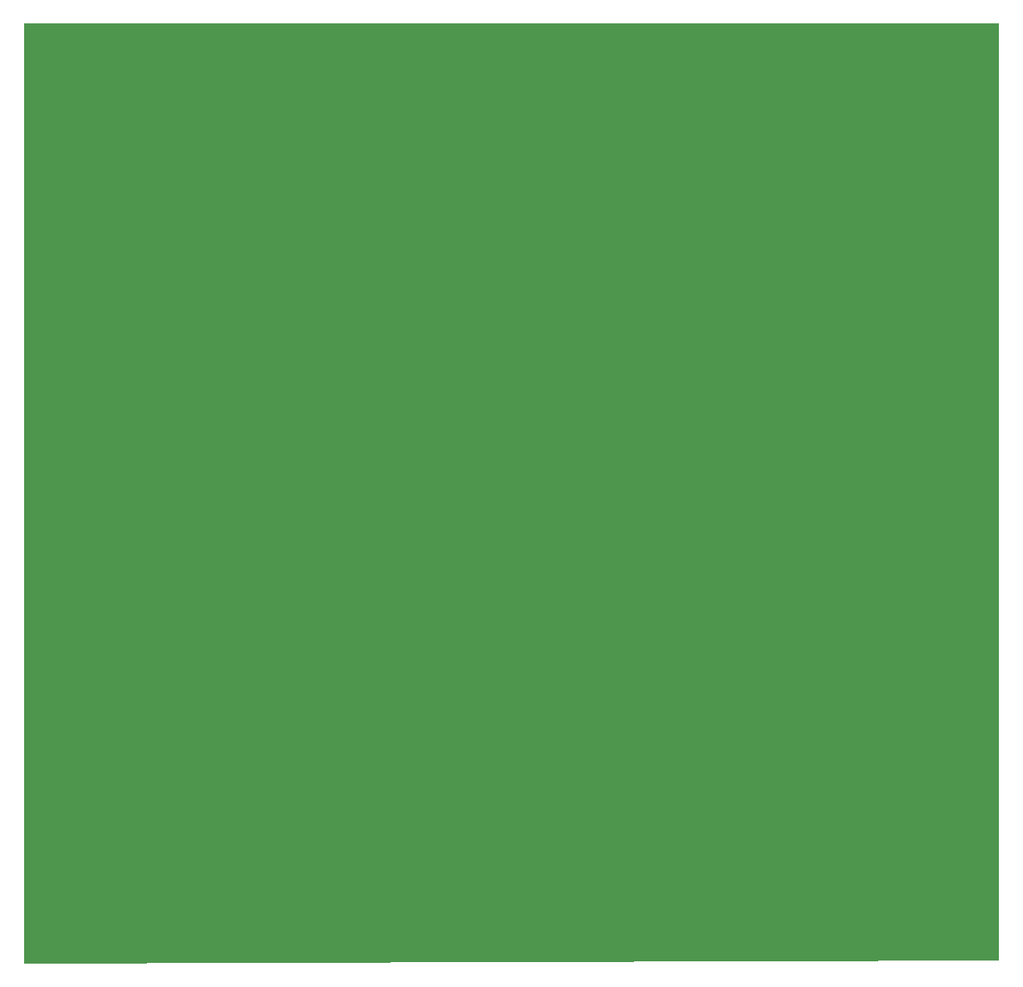
<source format=gbr>
G04 DipTrace 3.1.0.1*
G04 Board.gbr*
%MOIN*%
G04 #@! TF.FileFunction,Drawing,Board polygon*
G04 #@! TF.Part,Single*
%FSLAX26Y26*%
G04*
G70*
G90*
G75*
G01*
G04 BoardPoly*
%LPD*%
G36*
X394000Y4419000D2*
X4569000D1*
Y406500D1*
X394000Y394000D1*
Y2294000D1*
Y4419000D1*
G37*
M02*

</source>
